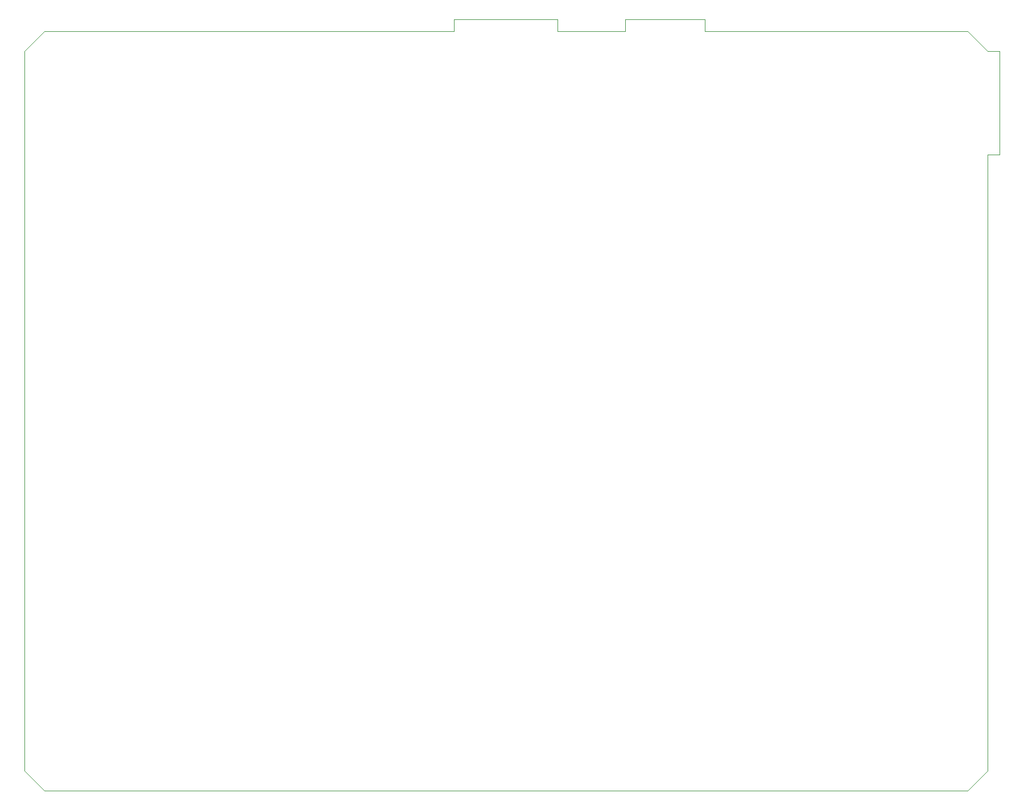
<source format=gbr>
%TF.GenerationSoftware,KiCad,Pcbnew,(5.1.6-0-10_14)*%
%TF.CreationDate,2020-07-02T10:25:43+02:00*%
%TF.ProjectId,aW_1,61575f31-2e6b-4696-9361-645f70636258,v1.0*%
%TF.SameCoordinates,Original*%
%TF.FileFunction,Profile,NP*%
%FSLAX46Y46*%
G04 Gerber Fmt 4.6, Leading zero omitted, Abs format (unit mm)*
G04 Created by KiCad (PCBNEW (5.1.6-0-10_14)) date 2020-07-02 10:25:43*
%MOMM*%
%LPD*%
G01*
G04 APERTURE LIST*
%TA.AperFunction,Profile*%
%ADD10C,0.050000*%
%TD*%
G04 APERTURE END LIST*
D10*
X213761818Y-35528280D02*
X215538232Y-35528280D01*
X215538232Y-35528280D02*
X215538232Y-50923868D01*
X213761818Y-50923868D02*
X213761818Y-142705258D01*
X215538232Y-50923868D02*
X213761818Y-50923868D01*
X171720020Y-32567590D02*
X210801128Y-32567590D01*
X171720020Y-30791176D02*
X171720020Y-32567590D01*
X159877260Y-30791176D02*
X171720020Y-30791176D01*
X159877260Y-32567590D02*
X159877260Y-30791176D01*
X149810914Y-32567590D02*
X159877260Y-32567590D01*
X73425112Y-32567590D02*
X134415326Y-32567590D01*
X134415326Y-30791176D02*
X134415326Y-32567590D01*
X149810914Y-30791176D02*
X149810914Y-32567590D01*
X137376016Y-30791176D02*
X149810914Y-30791176D01*
X134415326Y-30791176D02*
X137376016Y-30791176D01*
X73425112Y-145665948D02*
X210801128Y-145665948D01*
X70464422Y-142705258D02*
X73425112Y-145665948D01*
X70464422Y-142113120D02*
X70464422Y-142705258D01*
X210801128Y-32567590D02*
X213761818Y-35528280D01*
X73425112Y-32567590D02*
X70464422Y-35528280D01*
X70464422Y-35528280D02*
X70464422Y-141520982D01*
X210801128Y-145665948D02*
X213761818Y-142705258D01*
X70464422Y-141520982D02*
X70464422Y-142113120D01*
M02*

</source>
